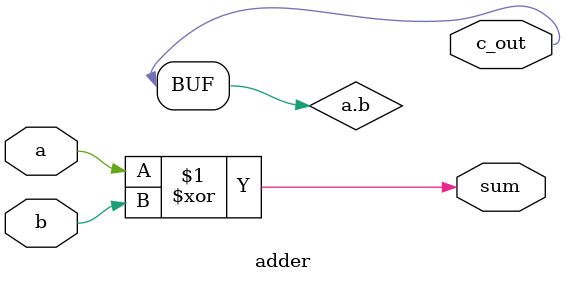
<source format=v>
module adder(a, b, sum, c_out);
input a, b;
output sum, c_out;

assign sum = a^b;
assign c_out = a.b;
endmodule

</source>
